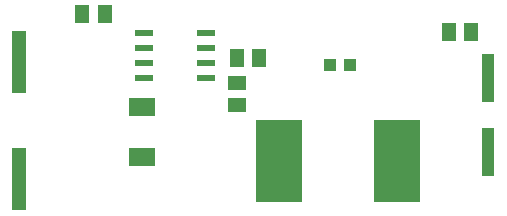
<source format=gtp>
G75*
%MOIN*%
%OFA0B0*%
%FSLAX25Y25*%
%IPPOS*%
%LPD*%
%AMOC8*
5,1,8,0,0,1.08239X$1,22.5*
%
%ADD10R,0.04700X0.21100*%
%ADD11R,0.05118X0.05906*%
%ADD12R,0.04300X0.16000*%
%ADD13R,0.05906X0.05118*%
%ADD14R,0.08583X0.06378*%
%ADD15R,0.15748X0.27559*%
%ADD16R,0.03937X0.04331*%
%ADD17R,0.06300X0.02100*%
D10*
X0040533Y0028006D03*
X0040533Y0067206D03*
D11*
X0061604Y0083032D03*
X0069084Y0083032D03*
X0113000Y0068465D03*
X0120480Y0068465D03*
X0183752Y0077011D03*
X0191232Y0077011D03*
D12*
X0196972Y0061609D03*
X0196972Y0037009D03*
D13*
X0113127Y0052590D03*
X0113127Y0060070D03*
D14*
X0081385Y0052050D03*
X0081385Y0035436D03*
D15*
X0127137Y0034235D03*
X0166507Y0034235D03*
D16*
X0150917Y0065926D03*
X0144225Y0065926D03*
D17*
X0102904Y0066641D03*
X0102904Y0061641D03*
X0082004Y0061641D03*
X0082004Y0066641D03*
X0082004Y0071641D03*
X0082004Y0076641D03*
X0102904Y0076641D03*
X0102904Y0071641D03*
M02*

</source>
